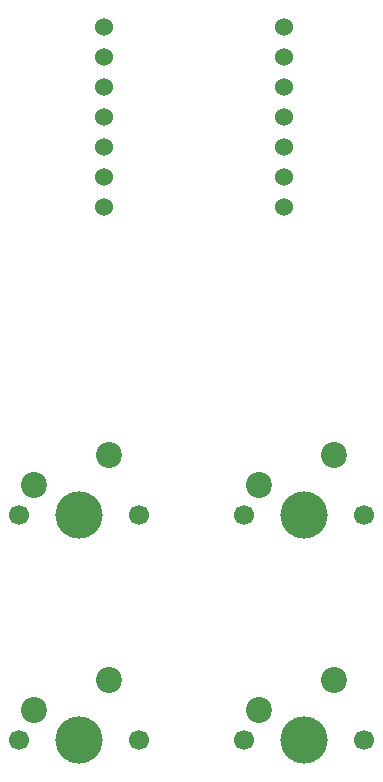
<source format=gbr>
%TF.GenerationSoftware,KiCad,Pcbnew,9.0.6*%
%TF.CreationDate,2025-12-05T22:26:19+05:30*%
%TF.ProjectId,MacropadHACKYEahh,4d616372-6f70-4616-9448-41434b594561,rev?*%
%TF.SameCoordinates,Original*%
%TF.FileFunction,Soldermask,Bot*%
%TF.FilePolarity,Negative*%
%FSLAX46Y46*%
G04 Gerber Fmt 4.6, Leading zero omitted, Abs format (unit mm)*
G04 Created by KiCad (PCBNEW 9.0.6) date 2025-12-05 22:26:19*
%MOMM*%
%LPD*%
G01*
G04 APERTURE LIST*
%ADD10C,1.700000*%
%ADD11C,4.000000*%
%ADD12C,2.200000*%
%ADD13C,1.524000*%
G04 APERTURE END LIST*
D10*
%TO.C,SW2*%
X170973750Y-105092500D03*
D11*
X176053750Y-105092500D03*
D10*
X181133750Y-105092500D03*
D12*
X178593750Y-100012500D03*
X172243750Y-102552500D03*
%TD*%
D13*
%TO.C,U1*%
X159067500Y-63817500D03*
X159067500Y-66357500D03*
X159067500Y-68897500D03*
X159067500Y-71437500D03*
X159067500Y-73977500D03*
X159067500Y-76517500D03*
X159067500Y-79057500D03*
X174307500Y-79057500D03*
X174307500Y-76517500D03*
X174307500Y-73977500D03*
X174307500Y-71437500D03*
X174307500Y-68897500D03*
X174307500Y-66357500D03*
X174307500Y-63817500D03*
%TD*%
D10*
%TO.C,SW3*%
X151923750Y-124142500D03*
D11*
X157003750Y-124142500D03*
D10*
X162083750Y-124142500D03*
D12*
X159543750Y-119062500D03*
X153193750Y-121602500D03*
%TD*%
D10*
%TO.C,SW4*%
X170973750Y-124142500D03*
D11*
X176053750Y-124142500D03*
D10*
X181133750Y-124142500D03*
D12*
X178593750Y-119062500D03*
X172243750Y-121602500D03*
%TD*%
D10*
%TO.C,SW1*%
X151923750Y-105092500D03*
D11*
X157003750Y-105092500D03*
D10*
X162083750Y-105092500D03*
D12*
X159543750Y-100012500D03*
X153193750Y-102552500D03*
%TD*%
M02*

</source>
